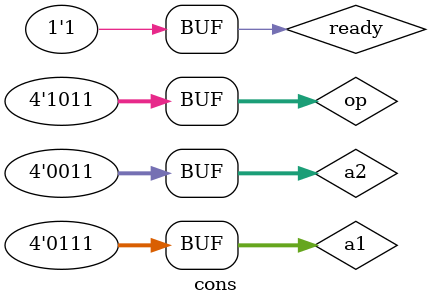
<source format=v>
`timescale 1ns / 1ps

module cons;

	reg [3:0] a1;
	reg [3:0] a2; 
	reg [3:0] op;
	reg ready;
	wire [3:0] sum; 
	wire carry;

	// Instantiate the Unit Under Test (UUT)
	bcdop uut (
		.a1(a1),
		.a2(a2),
		.op(op),
		.ready(ready),
		.sum(sum),
		.carry(carry)
	);
	
	always 
	begin
		// Initialize Inputs

		#100; ready <=0;
		#10;
		a1 <= 4'b1001;  //9
		a2 <= 4'b0011 ; //3
		op <= 4'b1010;  //+
		#10 ready <= 1;
		
		#10 ready <=0;
		#10;
		a1 <= 4'b0101; //5
		a2 <= 4'b0111; //7
		op <= 4'b1011; //-
		#10 ready <= 1;
		
		#10 ready <=0;
		#10;
		a1 <= 4'b0111;  //7
		a2 <= 4'b0011 ; //3
		op <= 4'b1011;  //-
		#10 ready <= 1;
	end
     
endmodule


</source>
